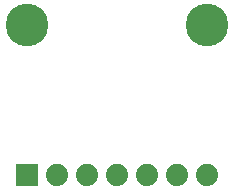
<source format=gbr>
G04 EAGLE Gerber RS-274X export*
G75*
%MOMM*%
%FSLAX34Y34*%
%LPD*%
%INSoldermask Bottom*%
%IPPOS*%
%AMOC8*
5,1,8,0,0,1.08239X$1,22.5*%
G01*
%ADD10R,1.879600X1.879600*%
%ADD11C,1.879600*%
%ADD12C,3.617600*%


D10*
X25400Y25400D03*
D11*
X50800Y25400D03*
X76200Y25400D03*
X101600Y25400D03*
X127000Y25400D03*
X152400Y25400D03*
X177800Y25400D03*
D12*
X25400Y152400D03*
X177800Y152400D03*
M02*

</source>
